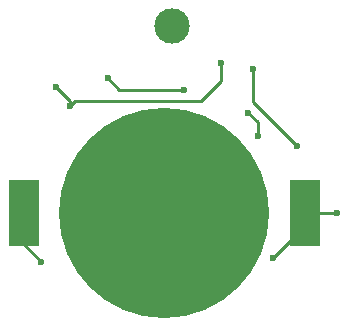
<source format=gbr>
%TF.GenerationSoftware,KiCad,Pcbnew,(5.99.0-9526-g5c17ff0595)*%
%TF.CreationDate,2021-09-22T22:50:54-05:00*%
%TF.ProjectId,SecDSM_Learn,53656344-534d-45f4-9c65-61726e2e6b69,rev?*%
%TF.SameCoordinates,Original*%
%TF.FileFunction,Copper,L2,Bot*%
%TF.FilePolarity,Positive*%
%FSLAX46Y46*%
G04 Gerber Fmt 4.6, Leading zero omitted, Abs format (unit mm)*
G04 Created by KiCad (PCBNEW (5.99.0-9526-g5c17ff0595)) date 2021-09-22 22:50:54*
%MOMM*%
%LPD*%
G01*
G04 APERTURE LIST*
%TA.AperFunction,SMDPad,CuDef*%
%ADD10C,3.000000*%
%TD*%
%TA.AperFunction,SMDPad,CuDef*%
%ADD11R,2.600000X5.560000*%
%TD*%
%TA.AperFunction,SMDPad,CuDef*%
%ADD12C,17.800000*%
%TD*%
%TA.AperFunction,ViaPad*%
%ADD13C,0.600000*%
%TD*%
%TA.AperFunction,Conductor*%
%ADD14C,0.250000*%
%TD*%
G04 APERTURE END LIST*
D10*
%TO.P,REF\u002A\u002A,1*%
%TO.N,N/C*%
X141550000Y-80625000D03*
%TD*%
D11*
%TO.P,BT1,1,+*%
%TO.N,+3V3*%
X152805000Y-96500000D03*
X128995000Y-96500000D03*
D12*
%TO.P,BT1,2,-*%
%TO.N,VSS*%
X140900000Y-96500000D03*
%TD*%
D13*
%TO.N,+3V3*%
X150100000Y-100300000D03*
X130500000Y-100600000D03*
%TO.N,Net-(C2-Pad2)*%
X148000000Y-88000000D03*
X148800000Y-90000000D03*
X142600000Y-86100000D03*
X136100000Y-85100000D03*
%TO.N,VSS*%
X141100000Y-88000000D03*
%TO.N,VCC*%
X152100000Y-90800000D03*
X148400000Y-84300000D03*
%TO.N,Net-(C1-Pad2)*%
X145700000Y-83800000D03*
%TO.N,+3V3*%
X155500000Y-96500000D03*
%TO.N,Net-(C1-Pad2)*%
X131700000Y-85800000D03*
X132900000Y-87400000D03*
%TD*%
D14*
%TO.N,+3V3*%
X128995000Y-96500000D02*
X128995000Y-99095000D01*
X128995000Y-99095000D02*
X130500000Y-100600000D01*
X152805000Y-97595000D02*
X152805000Y-96500000D01*
X150100000Y-100300000D02*
X152805000Y-97595000D01*
%TO.N,Net-(C2-Pad2)*%
X148800000Y-88800000D02*
X148000000Y-88000000D01*
X148800000Y-90000000D02*
X148800000Y-88800000D01*
%TO.N,VSS*%
X140900000Y-88200000D02*
X140900000Y-96500000D01*
X141100000Y-88000000D02*
X140900000Y-88200000D01*
%TO.N,Net-(C2-Pad2)*%
X137100000Y-86100000D02*
X142600000Y-86100000D01*
X136100000Y-85100000D02*
X137100000Y-86100000D01*
%TO.N,VCC*%
X148400000Y-87100000D02*
X152100000Y-90800000D01*
X148400000Y-84300000D02*
X148400000Y-87100000D01*
%TO.N,Net-(C1-Pad2)*%
X133300000Y-87000000D02*
X132900000Y-87400000D01*
X145700000Y-85300000D02*
X144000000Y-87000000D01*
X145700000Y-83800000D02*
X145700000Y-85300000D01*
X144000000Y-87000000D02*
X133300000Y-87000000D01*
%TO.N,+3V3*%
X155500000Y-96500000D02*
X152805000Y-96500000D01*
%TO.N,Net-(C1-Pad2)*%
X132900000Y-87000000D02*
X131700000Y-85800000D01*
X132900000Y-87400000D02*
X132900000Y-87000000D01*
%TD*%
M02*

</source>
